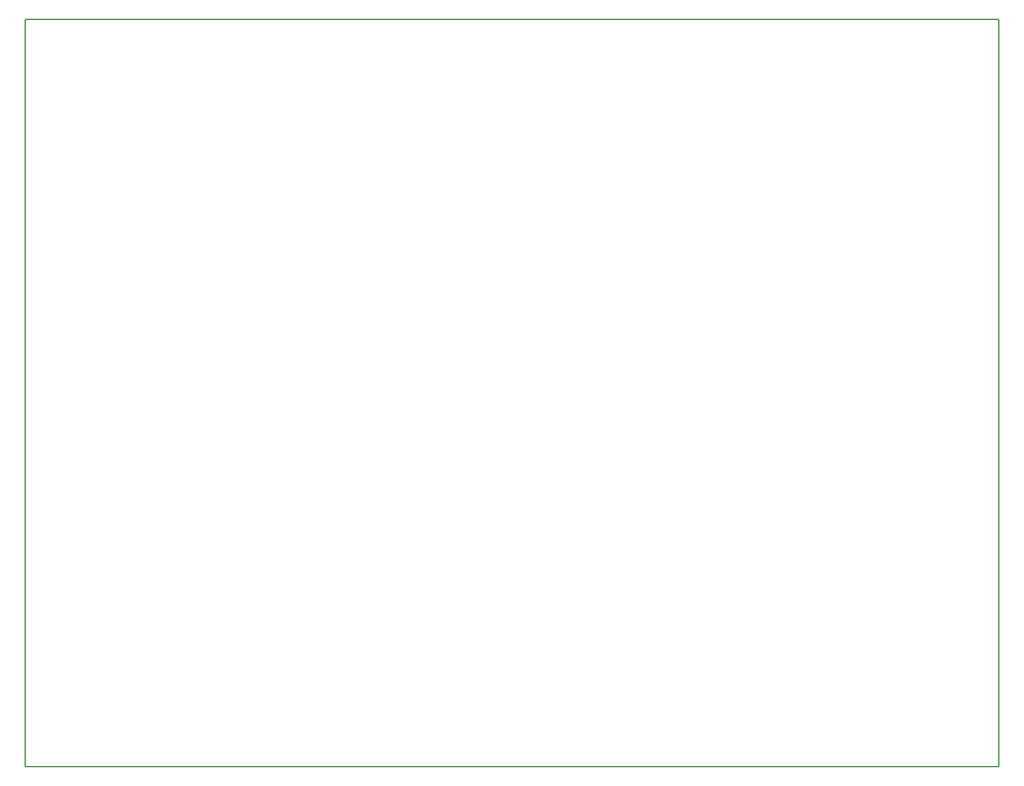
<source format=gm1>
G04 #@! TF.GenerationSoftware,KiCad,Pcbnew,9.0.2*
G04 #@! TF.CreationDate,2025-07-03T22:36:25-04:00*
G04 #@! TF.ProjectId,Homebrew6502Project,486f6d65-6272-4657-9736-35303250726f,A*
G04 #@! TF.SameCoordinates,Original*
G04 #@! TF.FileFunction,Profile,NP*
%FSLAX46Y46*%
G04 Gerber Fmt 4.6, Leading zero omitted, Abs format (unit mm)*
G04 Created by KiCad (PCBNEW 9.0.2) date 2025-07-03 22:36:25*
%MOMM*%
%LPD*%
G01*
G04 APERTURE LIST*
G04 #@! TA.AperFunction,Profile*
%ADD10C,0.200000*%
G04 #@! TD*
G04 APERTURE END LIST*
D10*
X79600000Y-52832200D02*
X207235000Y-52832200D01*
X207235000Y-150800000D01*
X79600000Y-150800000D01*
X79600000Y-52832200D01*
M02*

</source>
